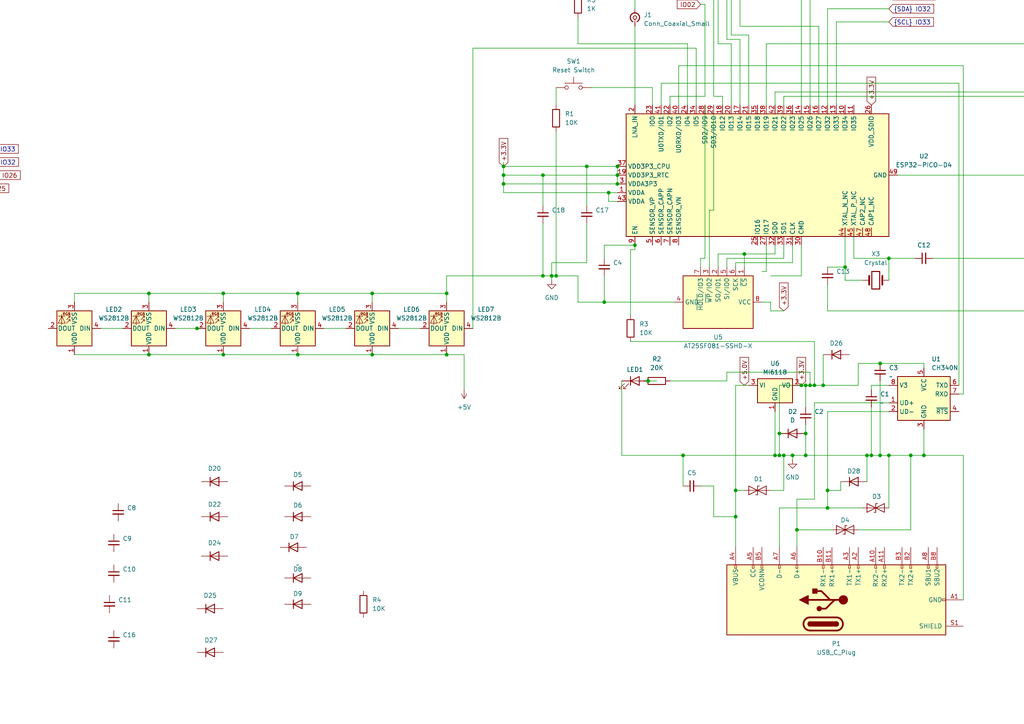
<source format=kicad_sch>
(kicad_sch (version 20250114) (generator "eeschema") (generator_version "9.0")
  (paper "A4")
  (junction (at -87.63 73.66))
  (junction (at -19.05 35.56))
  (junction (at -13.97 50.8))
  (junction (at 257.81 74.93))
  (junction (at -24.13 38.1))
  (junction (at 160.02 -11.43))
  (junction (at -99.06 52.07))
  (junction (at -19.05 10.16))
  (junction (at 231.14 153.67))
  (junction (at 107.95 102.87))
  (junction (at 146.05 48.26))
  (junction (at 179.07 50.8))
  (junction (at 170.18 48.26))
  (junction (at -13.97 5.08))
  (junction (at 226.06 132.08))
  (junction (at 233.68 132.08))
  (junction (at 146.05 50.8))
  (junction (at 146.05 53.34))
  (junction (at -24.13 43.18))
  (junction (at -99.06 76.2))
  (junction (at -87.63 40.64))
  (junction (at 43.18 85.09))
  (junction (at -24.13 12.7))
  (junction (at 334.01 60.96))
  (junction (at 224.79 132.08))
  (junction (at -99.06 27.94))
  (junction (at 300.99 74.93))
  (junction (at 245.11 77.47))
  (junction (at 257.81 132.08))
  (junction (at -87.63 49.53))
  (junction (at 213.36 142.24))
  (junction (at 86.36 85.09))
  (junction (at 129.54 85.09))
  (junction (at 300.99 72.39))
  (junction (at 300.99 50.8))
  (junction (at 267.97 132.08))
  (junction (at 184.15 71.12))
  (junction (at -87.63 99.06))
  (junction (at 365.76 34.29))
  (junction (at -87.63 -8.89))
  (junction (at -87.63 64.77))
  (junction (at -24.13 62.23))
  (junction (at 64.77 102.87))
  (junction (at 341.63 60.96))
  (junction (at -8.89 33.02))
  (junction (at 226.06 125.73))
  (junction (at -87.63 0))
  (junction (at 300.99 63.5))
  (junction (at 215.9 73.66))
  (junction (at -99.06 21.59))
  (junction (at 252.73 132.08))
  (junction (at 255.27 132.08))
  (junction (at 151.13 -6.35))
  (junction (at 240.03 147.32))
  (junction (at 251.46 132.08))
  (junction (at 179.07 48.26))
  (junction (at -8.89 7.62))
  (junction (at 151.13 -16.51))
  (junction (at -13.97 54.61))
  (junction (at -8.89 81.28))
  (junction (at 255.27 105.41))
  (junction (at -99.06 2.54))
  (junction (at 64.77 85.09))
  (junction (at 227.33 132.08))
  (junction (at -8.89 54.61))
  (junction (at 107.95 85.09))
  (junction (at 151.13 -30.48))
  (junction (at -87.63 15.24))
  (junction (at 328.93 72.39))
  (junction (at 198.12 132.08))
  (junction (at 179.07 53.34))
  (junction (at 232.41 111.76))
  (junction (at 234.95 111.76))
  (junction (at 157.48 50.8))
  (junction (at 233.68 111.76))
  (junction (at 57.15 95.25))
  (junction (at -8.89 57.15))
  (junction (at 344.17 25.4))
  (junction (at 213.36 149.86))
  (junction (at 86.36 102.87))
  (junction (at 160.02 80.01))
  (junction (at -87.63 21.59))
  (junction (at -24.13 86.36))
  (junction (at -87.63 25.4))
  (junction (at 233.68 125.73))
  (junction (at -19.05 59.69))
  (junction (at 43.18 102.87))
  (junction (at -19.05 83.82))
  (junction (at 157.48 80.01))
  (junction (at 240.03 142.24))
  (junction (at 229.87 132.08))
  (junction (at 161.29 80.01))
  (junction (at 238.76 111.76))
  (junction (at 264.16 132.08))
  (junction (at 236.22 111.76))
  (junction (at 129.54 102.87))
  (junction (at -13.97 30.48))
  (junction (at 187.96 110.49))
  (junction (at 175.26 87.63))
  (junction (at -13.97 78.74))
  (junction (at -87.63 88.9))
  (junction (at -19.05 46.99))
  (junction (at 176.53 55.88))
  (wire (pts (xy 245.11 68.58) (xy 245.11 77.47)))
  (wire (pts (xy 339.09 38.1) (xy 339.09 55.88)))
  (wire (pts (xy 220.98 87.63) (xy 223.52 87.63)))
  (wire (pts (xy 43.18 85.09) (xy 64.77 85.09)))
  (wire (pts (xy -99.06 52.07) (xy -99.06 76.2)))
  (wire (pts (xy 279.4 173.99) (xy 279.4 132.08)))
  (wire (pts (xy -8.89 54.61) (xy -7.62 54.61)))
  (wire (pts (xy 194.31 30.48) (xy 194.31 27.94)))
  (wire (pts (xy 207.01 149.86) (xy 213.36 149.86)))
  (wire (pts (xy 86.36 85.09) (xy 107.95 85.09)))
  (wire (pts (xy -58.42 76.2) (xy -99.06 76.2)))
  (wire (pts (xy -13.97 -19.05) (xy -58.42 -19.05)))
  (wire (pts (xy 134.62 102.87) (xy 129.54 102.87)))
  (wire (pts (xy 279.4 19.05) (xy 279.4 114.3)))
  (wire (pts (xy 210.82 11.43) (xy 210.82 -10.16)))
  (wire (pts (xy 237.49 7.62) (xy 214.63 7.62)))
  (wire (pts (xy 194.31 27.94) (xy 204.47 27.94)))
  (wire (pts (xy 160.02 -17.78) (xy 160.02 -11.43)))
  (wire (pts (xy 196.85 19.05) (xy 196.85 30.48)))
  (wire (pts (xy 365.76 15.24) (xy 344.17 15.24)))
  (wire (pts (xy 184.15 72.39) (xy 184.15 71.12)))
  (wire (pts (xy -58.42 40.64) (xy -87.63 40.64)))
  (wire (pts (xy 222.25 71.12) (xy 222.25 78.74)))
  (wire (pts (xy 243.84 139.7) (xy 243.84 142.24)))
  (wire (pts (xy -19.05 10.16) (xy -19.05 35.56)))
  (wire (pts (xy 184.15 7.62) (xy 184.15 30.48)))
  (wire (pts (xy 115.57 95.25) (xy 121.92 95.25)))
  (wire (pts (xy -58.42 64.77) (xy -87.63 64.77)))
  (wire (pts (xy 86.36 102.87) (xy 64.77 102.87)))
  (wire (pts (xy 151.13 -3.81) (xy 151.13 -6.35)))
  (wire (pts (xy -24.13 12.7) (xy -24.13 38.1)))
  (wire (pts (xy 226.06 125.73) (xy 226.06 132.08)))
  (wire (pts (xy 334.01 55.88) (xy 334.01 60.96)))
  (wire (pts (xy 146.05 48.26) (xy 170.18 48.26)))
  (wire (pts (xy 224.79 73.66) (xy 215.9 73.66)))
  (wire (pts (xy 167.64 87.63) (xy 167.64 80.01)))
  (wire (pts (xy 207.01 -2.54) (xy 203.2 -2.54)))
  (wire (pts (xy -24.13 62.23) (xy -24.13 43.18)))
  (wire (pts (xy -58.42 5.08) (xy -13.97 5.08)))
  (wire (pts (xy -99.06 27.94) (xy -99.06 21.59)))
  (wire (pts (xy -8.89 -16.51) (xy -8.89 7.62)))
  (wire (pts (xy 175.26 80.01) (xy 175.26 87.63)))
  (wire (pts (xy -7.62 50.8) (xy -13.97 50.8)))
  (wire (pts (xy 209.55 27.94) (xy 207.01 27.94)))
  (wire (pts (xy 236.22 111.76) (xy 238.76 111.76)))
  (wire (pts (xy 175.26 87.63) (xy 195.58 87.63)))
  (wire (pts (xy 312.42 27.94) (xy 312.42 38.1)))
  (wire (pts (xy 207.01 27.94) (xy 207.01 -2.54)))
  (wire (pts (xy 176.53 55.88) (xy 179.07 55.88)))
  (wire (pts (xy -58.42 73.66) (xy -87.63 73.66)))
  (wire (pts (xy 238.76 102.87) (xy 238.76 111.76)))
  (wire (pts (xy -87.63 -8.89) (xy -87.63 0)))
  (wire (pts (xy 223.52 80.01) (xy 232.41 80.01)))
  (wire (pts (xy 208.28 12.7) (xy 208.28 -6.35)))
  (wire (pts (xy -7.62 43.18) (xy -24.13 43.18)))
  (wire (pts (xy 351.79 46.99) (xy 323.85 46.99)))
  (wire (pts (xy 170.18 48.26) (xy 170.18 59.69)))
  (wire (pts (xy 184.15 71.12) (xy 175.26 71.12)))
  (wire (pts (xy 21.59 85.09) (xy 43.18 85.09)))
  (wire (pts (xy 180.34 132.08) (xy 198.12 132.08)))
  (wire (pts (xy 255.27 110.49) (xy 255.27 132.08)))
  (wire (pts (xy 213.36 76.2) (xy 213.36 77.47)))
  (wire (pts (xy 215.9 73.66) (xy 208.28 73.66)))
  (wire (pts (xy -58.42 81.28) (xy -8.89 81.28)))
  (wire (pts (xy 365.76 15.24) (xy 365.76 21.59)))
  (wire (pts (xy 300.99 40.64) (xy 300.99 50.8)))
  (wire (pts (xy -59.69 101.6) (xy -99.06 101.6)))
  (wire (pts (xy 224.79 26.67) (xy 314.96 26.67)))
  (wire (pts (xy 194.31 110.49) (xy 210.82 110.49)))
  (wire (pts (xy 207.01 140.97) (xy 207.01 149.86)))
  (wire (pts (xy 267.97 106.68) (xy 267.97 105.41)))
  (wire (pts (xy 232.41 -5.08) (xy 232.41 30.48)))
  (wire (pts (xy 167.64 12.7) (xy 199.39 12.7)))
  (wire (pts (xy 217.17 10.16) (xy 212.09 10.16)))
  (wire (pts (xy -59.69 109.22) (xy -19.05 109.22)))
  (wire (pts (xy 214.63 11.43) (xy 210.82 11.43)))
  (wire (pts (xy 180.34 110.49) (xy 180.34 132.08)))
  (wire (pts (xy 300.99 50.8) (xy 344.17 50.8)))
  (wire (pts (xy 146.05 46.99) (xy 146.05 48.26)))
  (wire (pts (xy 328.93 72.39) (xy 346.71 72.39)))
  (wire (pts (xy 240.03 119.38) (xy 257.81 119.38)))
  (wire (pts (xy 214.63 30.48) (xy 214.63 11.43)))
  (wire (pts (xy -59.69 104.14) (xy -13.97 104.14)))
  (wire (pts (xy 190.5 110.49) (xy 187.96 110.49)))
  (wire (pts (xy 232.41 71.12) (xy 232.41 80.01)))
  (wire (pts (xy -87.63 88.9) (xy -87.63 73.66)))
  (wire (pts (xy 182.88 91.44) (xy 182.88 72.39)))
  (wire (pts (xy 240.03 2.54) (xy 257.81 2.54)))
  (wire (pts (xy 134.62 113.03) (xy 134.62 102.87)))
  (wire (pts (xy 257.81 132.08) (xy 257.81 147.32)))
  (wire (pts (xy -90.17 17.78) (xy -58.42 17.78)))
  (wire (pts (xy 226.06 132.08) (xy 227.33 132.08)))
  (wire (pts (xy -58.42 86.36) (xy -24.13 86.36)))
  (wire (pts (xy -59.69 106.68) (xy -8.89 106.68)))
  (wire (pts (xy -87.63 -8.89) (xy -58.42 -8.89)))
  (wire (pts (xy 151.13 -16.51) (xy 151.13 -6.35)))
  (wire (pts (xy 129.54 80.01) (xy 129.54 85.09)))
  (wire (pts (xy 314.96 40.64) (xy 331.47 40.64)))
  (wire (pts (xy 257.81 74.93) (xy 265.43 74.93)))
  (wire (pts (xy 137.16 13.97) (xy 201.93 13.97)))
  (wire (pts (xy 240.03 77.47) (xy 245.11 77.47)))
  (wire (pts (xy 300.99 72.39) (xy 328.93 72.39)))
  (wire (pts (xy -24.13 -11.43) (xy -24.13 12.7)))
  (wire (pts (xy 252.73 113.03) (xy 252.73 111.76)))
  (wire (pts (xy 157.48 50.8) (xy 179.07 50.8)))
  (wire (pts (xy 267.97 124.46) (xy 267.97 132.08)))
  (wire (pts (xy -87.63 0) (xy -87.63 15.24)))
  (wire (pts (xy 213.36 142.24) (xy 215.9 142.24)))
  (wire (pts (xy 167.64 -11.43) (xy 160.02 -11.43)))
  (wire (pts (xy 255.27 105.41) (xy 248.92 105.41)))
  (wire (pts (xy 93.98 95.25) (xy 100.33 95.25)))
  (wire (pts (xy 170.18 76.2) (xy 160.02 76.2)))
  (wire (pts (xy -19.05 -13.97) (xy -19.05 10.16)))
  (wire (pts (xy 179.07 58.42) (xy 176.53 58.42)))
  (wire (pts (xy 203.2 74.93) (xy 203.2 77.47)))
  (wire (pts (xy 224.79 71.12) (xy 224.79 73.66)))
  (wire (pts (xy 346.71 72.39) (xy 346.71 60.96)))
  (wire (pts (xy 157.48 80.01) (xy 160.02 80.01)))
  (wire (pts (xy -24.13 111.76) (xy -24.13 86.36)))
  (wire (pts (xy 227.33 27.94) (xy 227.33 30.48)))
  (wire (pts (xy -58.42 25.4) (xy -87.63 25.4)))
  (wire (pts (xy 252.73 132.08) (xy 255.27 132.08)))
  (wire (pts (xy -87.63 -24.13) (xy -87.63 -8.89)))
  (wire (pts (xy 223.52 142.24) (xy 227.33 142.24)))
  (wire (pts (xy 267.97 105.41) (xy 255.27 105.41)))
  (wire (pts (xy 229.87 71.12) (xy 229.87 76.2)))
  (wire (pts (xy 222.25 12.7) (xy 222.25 30.48)))
  (wire (pts (xy 232.41 111.76) (xy 233.68 111.76)))
  (wire (pts (xy 146.05 48.26) (xy 146.05 50.8)))
  (wire (pts (xy 64.77 85.09) (xy 64.77 87.63)))
  (wire (pts (xy 214.63 -17.78) (xy 203.2 -17.78)))
  (wire (pts (xy 229.87 132.08) (xy 233.68 132.08)))
  (wire (pts (xy 170.18 48.26) (xy 179.07 48.26)))
  (wire (pts (xy -87.63 114.3) (xy -87.63 99.06)))
  (wire (pts (xy 238.76 111.76) (xy 248.92 111.76)))
  (wire (pts (xy -58.42 35.56) (xy -19.05 35.56)))
  (wire (pts (xy -99.06 27.94) (xy -99.06 52.07)))
  (wire (pts (xy 212.09 30.48) (xy 212.09 12.7)))
  (wire (pts (xy -87.63 40.64) (xy -87.63 25.4)))
  (wire (pts (xy 240.03 147.32) (xy 240.03 142.24)))
  (wire (pts (xy 212.09 12.7) (xy 208.28 12.7)))
  (wire (pts (xy 227.33 142.24) (xy 227.33 132.08)))
  (wire (pts (xy 231.14 153.67) (xy 241.3 153.67)))
  (wire (pts (xy 236.22 116.84) (xy 257.81 116.84)))
  (wire (pts (xy 203.2 140.97) (xy 207.01 140.97)))
  (wire (pts (xy 222.25 12.7) (xy 328.93 12.7)))
  (wire (pts (xy 151.13 -40.64) (xy 151.13 -30.48)))
  (wire (pts (xy 175.26 71.12) (xy 175.26 74.93)))
  (wire (pts (xy 208.28 73.66) (xy 208.28 77.47)))
  (wire (pts (xy -58.42 59.69) (xy -19.05 59.69)))
  (wire (pts (xy -13.97 78.74) (xy -13.97 54.61)))
  (wire (pts (xy 312.42 27.94) (xy 227.33 27.94)))
  (wire (pts (xy 365.76 34.29) (xy 351.79 34.29)))
  (wire (pts (xy -59.69 99.06) (xy -87.63 99.06)))
  (wire (pts (xy 86.36 85.09) (xy 86.36 87.63)))
  (wire (pts (xy 240.03 147.32) (xy 250.19 147.32)))
  (wire (pts (xy -58.42 2.54) (xy -99.06 2.54)))
  (wire (pts (xy -90.17 -6.35) (xy -58.42 -6.35)))
  (wire (pts (xy 161.29 38.1) (xy 161.29 80.01)))
  (wire (pts (xy -58.42 38.1) (xy -24.13 38.1)))
  (wire (pts (xy -13.97 5.08) (xy -13.97 -19.05)))
  (wire (pts (xy 233.68 125.73) (xy 233.68 132.08)))
  (wire (pts (xy -58.42 49.53) (xy -87.63 49.53)))
  (wire (pts (xy 314.96 26.67) (xy 314.96 40.64)))
  (wire (pts (xy 196.85 19.05) (xy 279.4 19.05)))
  (wire (pts (xy 224.79 30.48) (xy 224.79 26.67)))
  (wire (pts (xy 320.04 25.4) (xy 323.85 25.4)))
  (wire (pts (xy 191.77 24.13) (xy 191.77 30.48)))
  (wire (pts (xy 57.15 95.25) (xy 58.42 95.25)))
  (wire (pts (xy 243.84 142.24) (xy 240.03 142.24)))
  (wire (pts (xy 29.21 95.25) (xy 35.56 95.25)))
  (wire (pts (xy -58.42 -24.13) (xy -87.63 -24.13)))
  (wire (pts (xy 237.49 30.48) (xy 237.49 7.62)))
  (wire (pts (xy -87.63 49.53) (xy -87.63 40.64)))
  (wire (pts (xy -8.89 106.68) (xy -8.89 81.28)))
  (wire (pts (xy 161.29 80.01) (xy 167.64 80.01)))
  (wire (pts (xy 248.92 105.41) (xy 248.92 111.76)))
  (wire (pts (xy 220.98 78.74) (xy 222.25 78.74)))
  (wire (pts (xy 217.17 30.48) (xy 217.17 10.16)))
  (wire (pts (xy -13.97 30.48) (xy -13.97 50.8)))
  (wire (pts (xy 146.05 53.34) (xy 179.07 53.34)))
  (wire (pts (xy 207.01 60.96) (xy 207.01 30.48)))
  (wire (pts (xy 334.01 60.96) (xy 334.01 64.77)))
  (wire (pts (xy 167.64 87.63) (xy 175.26 87.63)))
  (wire (pts (xy -58.42 -11.43) (xy -24.13 -11.43)))
  (wire (pts (xy 229.87 132.08) (xy 229.87 133.35)))
  (wire (pts (xy 336.55 55.88) (xy 334.01 55.88)))
  (wire (pts (xy 223.52 87.63) (xy 223.52 90.17)))
  (wire (pts (xy 226.06 158.75) (xy 226.06 147.32)))
  (wire (pts (xy 205.74 60.96) (xy 207.01 60.96)))
  (wire (pts (xy 300.99 74.93) (xy 300.99 90.17)))
  (wire (pts (xy -24.13 86.36) (xy -24.13 62.23)))
  (wire (pts (xy 214.63 7.62) (xy 214.63 -17.78)))
  (wire (pts (xy 157.48 64.77) (xy 157.48 80.01)))
  (wire (pts (xy 50.8 95.25) (xy 57.15 95.25)))
  (wire (pts (xy 146.05 50.8) (xy 157.48 50.8)))
  (wire (pts (xy 227.33 74.93) (xy 210.82 74.93)))
  (wire (pts (xy 236.22 144.78) (xy 236.22 116.84)))
  (wire (pts (xy -87.63 64.77) (xy -87.63 49.53)))
  (wire (pts (xy -99.06 2.54) (xy -99.06 21.59)))
  (wire (pts (xy 279.4 114.3) (xy 278.13 114.3)))
  (wire (pts (xy 344.17 15.24) (xy 344.17 25.4)))
  (wire (pts (xy 365.76 39.37) (xy 365.76 34.29)))
  (wire (pts (xy 351.79 34.29) (xy 351.79 46.99)))
  (wire (pts (xy -19.05 83.82) (xy -19.05 109.22)))
  (wire (pts (xy 167.64 5.08) (xy 167.64 12.7)))
  (wire (pts (xy -59.69 114.3) (xy -87.63 114.3)))
  (wire (pts (xy -19.05 46.99) (xy -19.05 59.69)))
  (wire (pts (xy 231.14 144.78) (xy 236.22 144.78)))
  (wire (pts (xy 64.77 85.09) (xy 86.36 85.09)))
  (wire (pts (xy 167.64 -2.54) (xy 167.64 -11.43)))
  (wire (pts (xy 278.13 111.76) (xy 278.13 24.13)))
  (wire (pts (xy 323.85 27.94) (xy 323.85 46.99)))
  (wire (pts (xy 232.41 -5.08) (xy 257.81 -5.08)))
  (wire (pts (xy -90.17 43.18) (xy -58.42 43.18)))
  (wire (pts (xy 257.81 132.08) (xy 264.16 132.08)))
  (wire (pts (xy -19.05 59.69) (xy -19.05 83.82)))
  (wire (pts (xy 137.16 95.25) (xy 137.16 13.97)))
  (wire (pts (xy 213.36 149.86) (xy 213.36 158.75)))
  (wire (pts (xy -58.42 83.82) (xy -19.05 83.82)))
  (wire (pts (xy 182.88 99.06) (xy 236.22 99.06)))
  (wire (pts (xy 72.39 95.25) (xy 78.74 95.25)))
  (wire (pts (xy 146.05 55.88) (xy 176.53 55.88)))
  (wire (pts (xy 251.46 139.7) (xy 251.46 132.08)))
  (wire (pts (xy -58.42 -21.59) (xy -99.06 -21.59)))
  (wire (pts (xy 264.16 132.08) (xy 267.97 132.08)))
  (wire (pts (xy -87.63 15.24) (xy -58.42 15.24)))
  (wire (pts (xy -58.42 -16.51) (xy -8.89 -16.51)))
  (wire (pts (xy 231.14 153.67) (xy 231.14 144.78)))
  (wire (pts (xy -91.44 116.84) (xy -59.69 116.84)))
  (wire (pts (xy -99.06 101.6) (xy -99.06 76.2)))
  (wire (pts (xy 160.02 80.01) (xy 161.29 80.01)))
  (wire (pts (xy 209.55 30.48) (xy 209.55 27.94)))
  (wire (pts (xy -58.42 62.23) (xy -24.13 62.23)))
  (wire (pts (xy 328.93 72.39) (xy 328.93 60.96)))
  (wire (pts (xy 160.02 -25.4) (xy 160.02 -30.48)))
  (wire (pts (xy 107.95 102.87) (xy 86.36 102.87)))
  (wire (pts (xy 210.82 74.93) (xy 210.82 77.47)))
  (wire (pts (xy 129.54 80.01) (xy 157.48 80.01)))
  (wire (pts (xy 264.16 153.67) (xy 264.16 132.08)))
  (wire (pts (xy 233.68 111.76) (xy 234.95 111.76)))
  (wire (pts (xy -19.05 46.99) (xy -7.62 46.99)))
  (wire (pts (xy 312.42 38.1) (xy 328.93 38.1)))
  (wire (pts (xy 224.79 119.38) (xy 224.79 132.08)))
  (wire (pts (xy 43.18 102.87) (xy 21.59 102.87)))
  (wire (pts (xy 240.03 90.17) (xy 300.99 90.17)))
  (wire (pts (xy -58.42 88.9) (xy -87.63 88.9)))
  (wire (pts (xy 179.07 53.34) (xy 179.07 50.8)))
  (wire (pts (xy 245.11 81.28) (xy 250.19 81.28)))
  (wire (pts (xy 198.12 140.97) (xy 198.12 132.08)))
  (wire (pts (xy -13.97 104.14) (xy -13.97 78.74)))
  (wire (pts (xy -58.42 30.48) (xy -13.97 30.48)))
  (wire (pts (xy 260.35 50.8) (xy 300.99 50.8)))
  (wire (pts (xy -58.42 10.16) (xy -19.05 10.16)))
  (wire (pts (xy 233.68 132.08) (xy 251.46 132.08)))
  (wire (pts (xy 199.39 30.48) (xy 199.39 12.7)))
  (wire (pts (xy 227.33 71.12) (xy 227.33 74.93)))
  (wire (pts (xy 176.53 58.42) (xy 176.53 55.88)))
  (wire (pts (xy -8.89 33.02) (xy -8.89 54.61)))
  (wire (pts (xy -8.89 54.61) (xy -8.89 57.15)))
  (wire (pts (xy 257.81 74.93) (xy 257.81 81.28)))
  (wire (pts (xy 233.68 123.19) (xy 233.68 125.73)))
  (wire (pts (xy 170.18 64.77) (xy 170.18 76.2)))
  (wire (pts (xy -58.42 57.15) (xy -8.89 57.15)))
  (wire (pts (xy -13.97 30.48) (xy -13.97 5.08)))
  (wire (pts (xy 160.02 80.01) (xy 160.02 81.28)))
  (wire (pts (xy -58.42 54.61) (xy -13.97 54.61)))
  (wire (pts (xy 184.15 -7.62) (xy 184.15 -8.89)))
  (wire (pts (xy 255.27 132.08) (xy 257.81 132.08)))
  (wire (pts (xy 242.57 6.35) (xy 242.57 30.48)))
  (wire (pts (xy 161.29 25.4) (xy 161.29 30.48)))
  (wire (pts (xy 331.47 40.64) (xy 331.47 38.1)))
  (wire (pts (xy 223.52 90.17) (xy 227.33 90.17)))
  (wire (pts (xy 300.99 63.5) (xy 300.99 72.39)))
  (wire (pts (xy 242.57 6.35) (xy 257.81 6.35)))
  (wire (pts (xy 184.15 -2.54) (xy 184.15 2.54)))
  (wire (pts (xy 212.09 10.16) (xy 212.09 -13.97)))
  (wire (pts (xy -24.13 43.18) (xy -24.13 38.1)))
  (wire (pts (xy 151.13 -30.48) (xy 160.02 -30.48)))
  (wire (pts (xy 234.95 111.76) (xy 236.22 111.76)))
  (wire (pts (xy 365.76 29.21) (xy 365.76 34.29)))
  (wire (pts (xy -19.05 35.56) (xy -19.05 46.99)))
  (wire (pts (xy 227.33 132.08) (xy 229.87 132.08)))
  (wire (pts (xy -58.42 12.7) (xy -24.13 12.7)))
  (wire (pts (xy 204.47 30.48) (xy 204.47 74.93)))
  (wire (pts (xy 107.95 85.09) (xy 107.95 87.63)))
  (wire (pts (xy 158.75 -11.43) (xy 160.02 -11.43)))
  (wire (pts (xy 217.17 111.76) (xy 213.36 111.76)))
  (wire (pts (xy 344.17 25.4) (xy 344.17 50.8)))
  (wire (pts (xy 182.88 72.39) (xy 184.15 72.39)))
  (wire (pts (xy -8.89 7.62) (xy -8.89 33.02)))
  (wire (pts (xy -87.63 0) (xy -58.42 0)))
  (wire (pts (xy 160.02 76.2) (xy 160.02 80.01)))
  (wire (pts (xy 229.87 76.2) (xy 213.36 76.2)))
  (wire (pts (xy 270.51 74.93) (xy 300.99 74.93)))
  (wire (pts (xy 157.48 59.69) (xy 157.48 50.8)))
  (wire (pts (xy 226.06 147.32) (xy 240.03 147.32)))
  (wire (pts (xy -13.97 50.8) (xy -13.97 54.61)))
  (wire (pts (xy -58.42 33.02) (xy -8.89 33.02)))
  (wire (pts (xy 191.77 24.13) (xy 278.13 24.13)))
  (wire (pts (xy -91.44 91.44) (xy -58.42 91.44)))
  (wire (pts (xy 208.28 -6.35) (xy 203.2 -6.35)))
  (wire (pts (xy 129.54 102.87) (xy 107.95 102.87)))
  (wire (pts (xy 251.46 132.08) (xy 252.73 132.08)))
  (wire (pts (xy 224.79 132.08) (xy 226.06 132.08)))
  (wire (pts (xy 151.13 -16.51) (xy 151.13 -30.48)))
  (wire (pts (xy 198.12 132.08) (xy 224.79 132.08)))
  (wire (pts (xy 215.9 73.66) (xy 215.9 77.47)))
  (wire (pts (xy -58.42 27.94) (xy -99.06 27.94)))
  (wire (pts (xy 129.54 85.09) (xy 129.54 87.63)))
  (wire (pts (xy -87.63 99.06) (xy -87.63 88.9)))
  (wire (pts (xy 205.74 77.47) (xy 205.74 60.96)))
  (wire (pts (xy -87.63 25.4) (xy -87.63 21.59)))
  (wire (pts (xy 300.99 72.39) (xy 300.99 74.93)))
  (wire (pts (xy 226.06 125.73) (xy 226.06 111.76)))
  (wire (pts (xy 43.18 85.09) (xy 43.18 87.63)))
  (wire (pts (xy 210.82 -10.16) (xy 203.2 -10.16)))
  (wire (pts (xy 231.14 158.75) (xy 231.14 153.67)))
  (wire (pts (xy -59.69 111.76) (xy -24.13 111.76)))
  (wire (pts (xy 233.68 118.11) (xy 233.68 111.76)))
  (wire (pts (xy -58.42 52.07) (xy -99.06 52.07)))
  (wire (pts (xy 247.65 74.93) (xy 257.81 74.93)))
  (wire (pts (xy 234.95 -1.27) (xy 234.95 30.48)))
  (wire (pts (xy 240.03 2.54) (xy 240.03 30.48)))
  (wire (pts (xy 341.63 60.96) (xy 341.63 64.77)))
  (wire (pts (xy 146.05 53.34) (xy 146.05 55.88)))
  (wire (pts (xy 189.23 30.48) (xy 189.23 25.4)))
  (wire (pts (xy -58.42 7.62) (xy -8.89 7.62)))
  (wire (pts (xy 234.95 107.95) (xy 234.95 111.76)))
  (wire (pts (xy -87.63 15.24) (xy -87.63 21.59)))
  (wire (pts (xy 247.65 68.58) (xy 247.65 74.93)))
  (wire (pts (xy 21.59 85.09) (xy 21.59 87.63)))
  (wire (pts (xy 64.77 102.87) (xy 43.18 102.87)))
  (wire (pts (xy -8.89 57.15) (xy -8.89 81.28)))
  (wire (pts (xy 339.09 55.88) (xy 341.63 55.88)))
  (wire (pts (xy 203.2 -13.97) (xy 212.09 -13.97)))
  (wire (pts (xy 213.36 142.24) (xy 213.36 149.86)))
  (wire (pts (xy 245.11 77.47) (xy 245.11 81.28)))
  (wire (pts (xy 240.03 142.24) (xy 240.03 119.38)))
  (wire (pts (xy 127 -3.81) (xy 151.13 -3.81)))
  (wire (pts (xy -58.42 78.74) (xy -13.97 78.74)))
  (wire (pts (xy 171.45 25.4) (xy 189.23 25.4)))
  (wire (pts (xy -87.63 73.66) (xy -87.63 64.77)))
  (wire (pts (xy 210.82 110.49) (xy 210.82 107.95)))
  (wire (pts (xy 210.82 107.95) (xy 234.95 107.95)))
  (wire (pts (xy 201.93 30.48) (xy 201.93 13.97)))
  (wire (pts (xy 234.95 -1.27) (xy 257.81 -1.27)))
  (wire (pts (xy 236.22 99.06) (xy 236.22 111.76)))
  (wire (pts (xy 248.92 153.67) (xy 264.16 153.67)))
  (wire (pts (xy 252.73 118.11) (xy 252.73 132.08)))
  (wire (pts (xy 204.47 27.94) (xy 204.47 1.27)))
  (wire (pts (xy 267.97 132.08) (xy 279.4 132.08)))
  (wire (pts (xy -90.17 67.31) (xy -58.42 67.31)))
  (wire (pts (xy 204.47 1.27) (xy 203.2 1.27)))
  (wire (pts (xy 146.05 50.8) (xy 146.05 53.34)))
  (wire (pts (xy 341.63 55.88) (xy 341.63 60.96)))
  (wire (pts (xy 204.47 74.93) (xy 203.2 74.93)))
  (wire (pts (xy -99.06 -21.59) (xy -99.06 2.54)))
  (wire (pts (xy 252.73 111.76) (xy 257.81 111.76)))
  (wire (pts (xy 213.36 111.76) (xy 213.36 142.24)))
  (wire (pts (xy 179.07 48.26) (xy 179.07 50.8)))
  (wire (pts (xy 336.55 55.88) (xy 336.55 38.1)))
  (wire (pts (xy -58.42 -13.97) (xy -19.05 -13.97)))
  (wire (pts (xy 300.99 50.8) (xy 300.99 63.5)))
  (wire (pts (xy 107.95 85.09) (xy 129.54 85.09)))
  (wire (pts (xy 240.03 82.55) (xy 240.03 90.17)))
  (wire (pts (xy 226.06 111.76) (xy 232.41 111.76)))
  (wire (pts (xy 186.69 110.49) (xy 187.96 110.49)))
  (global_label "+3.3V" (shape input) (at 227.33 90.17 90) (property "Intersheetrefs" "${INTERSHEET_REFS}" (effects (hide yes))))
  (global_label "+3.3V" (shape input) (at 146.05 48.26 90) (property "Intersheetrefs" "${INTERSHEET_REFS}" (effects (hide yes))))
  (global_label "IO13" (shape input) (at -90.17 -6.35 180) (property "Intersheetrefs" "${INTERSHEET_REFS}" (effects (hide yes))))
  (global_label "IO15" (shape input) (at -91.44 116.84 180) (property "Intersheetrefs" "${INTERSHEET_REFS}" (effects (hide yes))))
  (global_label "RESET IO26" (shape input) (at -7.62 50.8 0) (property "Intersheetrefs" "${INTERSHEET_REFS}" (effects (hide yes))))
  (global_label "IO2" (shape input) (at -91.44 91.44 180) (property "Intersheetrefs" "${INTERSHEET_REFS}" (effects (hide yes))))
  (global_label "IO14" (shape input) (at -90.17 43.18 180) (property "Intersheetrefs" "${INTERSHEET_REFS}" (effects (hide yes))))
  (global_label "+3.3V" (shape input) (at 252.73 30.48 90) (property "Intersheetrefs" "${INTERSHEET_REFS}" (effects (hide yes))))
  (global_label "IO27" (shape input) (at 203.2 -17.78 180) (property "Intersheetrefs" "${INTERSHEET_REFS}" (effects (hide yes))))
  (global_label "IO27" (shape input) (at -90.17 67.31 180) (property "Intersheetrefs" "${INTERSHEET_REFS}" (effects (hide yes))))
  (global_label "{SDA} IO32" (shape input) (at -7.62 46.99 0) (property "Intersheetrefs" "${INTERSHEET_REFS}" (effects (hide yes))))
  (global_label "AO3401A" (shape input) (at 127 -3.81 180) (property "Intersheetrefs" "${INTERSHEET_REFS}" (effects (hide yes))))
  (global_label "IO15" (shape input) (at 203.2 -13.97 180) (property "Intersheetrefs" "${INTERSHEET_REFS}" (effects (hide yes))))
  (global_label "{SDA} IO32" (shape input) (at 257.81 2.54 0) (property "Intersheetrefs" "${INTERSHEET_REFS}" (effects (hide yes))))
  (global_label "RE IO25" (shape input) (at 257.81 -5.08 0) (property "Intersheetrefs" "${INTERSHEET_REFS}" (effects (hide yes))))
  (global_label "IO14" (shape input) (at 203.2 -10.16 180) (property "Intersheetrefs" "${INTERSHEET_REFS}" (effects (hide yes))))
  (global_label "+3.3V" (shape input) (at 320.04 25.4 90) (property "Intersheetrefs" "${INTERSHEET_REFS}" (effects (hide yes))))
  (global_label "{SCL} IO33" (shape input) (at -7.62 43.18 0) (property "Intersheetrefs" "${INTERSHEET_REFS}" (effects (hide yes))))
  (global_label "+5.0V" (shape input) (at 215.9 111.76 90) (property "Intersheetrefs" "${INTERSHEET_REFS}" (effects (hide yes))))
  (global_label "IO12" (shape input) (at -90.17 17.78 180) (property "Intersheetrefs" "${INTERSHEET_REFS}" (effects (hide yes))))
  (global_label "RE IO25" (shape input) (at -7.62 54.61 0) (property "Intersheetrefs" "${INTERSHEET_REFS}" (effects (hide yes))))
  (global_label "IO02" (shape input) (at 203.2 1.27 180) (property "Intersheetrefs" "${INTERSHEET_REFS}" (effects (hide yes))))
  (global_label "{SCL} IO33" (shape input) (at 257.81 6.35 0) (property "Intersheetrefs" "${INTERSHEET_REFS}" (effects (hide yes))))
  (global_label "IO13" (shape input) (at 203.2 -6.35 180) (property "Intersheetrefs" "${INTERSHEET_REFS}" (effects (hide yes))))
  (global_label "RESET IO26" (shape input) (at 257.81 -1.27 0) (property "Intersheetrefs" "${INTERSHEET_REFS}" (effects (hide yes))))
  (global_label "+3.3V" (shape input) (at 184.15 -8.89 90) (property "Intersheetrefs" "${INTERSHEET_REFS}" (effects (hide yes))))
  (global_label "AO3401A" (shape input) (at -87.63 21.59 0) (property "Intersheetrefs" "${INTERSHEET_REFS}" (effects (hide yes))))
  (global_label "+3.3V" (shape input) (at 232.41 111.76 90) (property "Intersheetrefs" "${INTERSHEET_REFS}" (effects (hide yes))))
  (global_label "IO12" (shape input) (at 203.2 -2.54 180) (property "Intersheetrefs" "${INTERSHEET_REFS}" (effects (hide yes))))
  (symbol (lib_name "Conn_01x08_Socket_1") (lib_id "Connector:Conn_01x08_Socket") (at -53.34 7.62 0) (unit 1)
    (property "Reference" "FPC8" (at -52.07 7.6199 0) (effects (justify left)))
    (property "Value" "Conn_01x08_Socket" (effects (hide yes)))
    (property "Description" "Generic connector, single row, 01x08, script generated" (effects (hide yes)))
  )
  (symbol (lib_id "Device:C_Small") (at 170.18 62.23 0) (unit 1)
    (property "Reference" "C17" (at 172.72 60.9662 0) (effects (justify left)))
    (property "Value" "C_Small" (effects (hide yes)))
    (property "Description" "Unpolarized capacitor, small symbol" (effects (hide yes)))
  )
  (symbol (lib_id "Diode:SD05_SOD323") (at 219.71 142.24 0) (unit 1)
    (property "Reference" "D1" (at 219.964 138.938 0))
    (property "Value" "SD05_SOD323" (effects (hide yes)))
    (property "Footprint" "Diode_SMD:D_0201_0603Metric" (effects (hide yes)))
    (property "Datasheet" "https://www.littelfuse.com/~/media/electronics/datasheets/tvs_diode_arrays/littelfuse_tvs_diode_array_sd_c_datasheet.pdf.pdf" (effects (hide yes)))
    (property "Description" "5V, 450W Discrete Bidirectional TVS Diode, SOD-323" (effects (hide yes)))
  )
  (symbol (lib_id "Device:C_Small") (at 252.73 115.57 0) (unit 1)
    (property "Reference" "C1" (at 255.27 114.3062 0) (effects (justify left)))
    (property "Value" "~" (at 255.27 116.8462 0) (effects (justify left)))
    (property "Description" "Unpolarized capacitor, small symbol" (effects (hide yes)))
  )
  (symbol (lib_id "Transistor_FET:AO3401A") (at 153.67 -11.43 180) (unit 1)
    (property "Reference" "Q2" (at 147.32 -12.7001 0) (effects (justify left)))
    (property "Value" "AO3401A" (at 147.32 -10.1601 0) (effects (justify left)))
    (property "Footprint" "Package_TO_SOT_SMD:SOT-23" (effects (hide yes)))
    (property "Datasheet" "http://www.aosmd.com/pdfs/datasheet/AO3401A.pdf" (effects (hide yes)))
    (property "Description" "-4.0A Id, -30V Vds, P-Channel MOSFET, SOT-23" (effects (hide yes)))
  )
  (symbol (lib_id "Device:C_Small") (at 34.29 148.59 0) (unit 1)
    (property "Reference" "C8" (at 36.83 147.3262 0) (effects (justify left)))
    (property "Value" "C_Small" (effects (hide yes)))
    (property "Description" "Unpolarized capacitor, small symbol" (effects (hide yes)))
  )
  (symbol (lib_id "LED:WS2812B") (at 64.77 95.25 180) (unit 1)
    (property "Reference" "LED4" (at 76.2 89.7538 0))
    (property "Value" "WS2812B" (at 76.2 92.2938 0))
    (property "Footprint" "LED_SMD:LED_WS2812B_PLCC4_5.0x5.0mm_P3.2mm" (effects (hide yes)))
    (property "Datasheet" "https://cdn-shop.adafruit.com/datasheets/WS2812B.pdf" (effects (hide yes)))
    (property "Description" "RGB LED with integrated controller" (effects (hide yes)))
  )
  (symbol (lib_id "LED:WS2812B") (at 86.36 95.25 180) (unit 1)
    (property "Reference" "LED5" (at 97.79 89.7538 0))
    (property "Value" "WS2812B" (at 97.79 92.2938 0))
    (property "Footprint" "LED_SMD:LED_WS2812B_PLCC4_5.0x5.0mm_P3.2mm" (effects (hide yes)))
    (property "Datasheet" "https://cdn-shop.adafruit.com/datasheets/WS2812B.pdf" (effects (hide yes)))
    (property "Description" "RGB LED with integrated controller" (effects (hide yes)))
  )
  (symbol (lib_id "Device:D") (at 229.87 125.73 0) (unit 1)
    (property "Reference" "D2" (at 229.87 119.38 0))
    (property "Value" "D" (at 229.87 121.92 0))
    (property "Description" "Diode" (effects (hide yes)))
    (property "Sim.Device" "D" (effects (hide yes)))
    (property "Sim.Pins" "1=K 2=A" (effects (hide yes)))
  )
  (symbol (lib_id "Device:Battery_Cell") (at 365.76 24.13 180) (unit 1)
    (property "Reference" "BT1" (at 369.57 24.7014 0) (effects (justify right)))
    (property "Value" "Battery_Cell" (at 369.57 27.2414 0) (effects (justify right)))
    (property "Description" "Single-cell battery" (effects (hide yes)))
  )
  (symbol (lib_id "Device:C_Small") (at 33.02 157.48 0) (unit 1)
    (property "Reference" "C9" (at 35.56 156.2162 0) (effects (justify left)))
    (property "Value" "C_Small" (effects (hide yes)))
    (property "Description" "Unpolarized capacitor, small symbol" (effects (hide yes)))
  )
  (symbol (lib_id "Device:D") (at 86.36 140.97 0) (unit 1)
    (property "Reference" "D5" (at 86.36 137.668 0))
    (property "Value" "D" (effects (hide yes)))
    (property "Description" "Diode" (effects (hide yes)))
    (property "Sim.Device" "D" (effects (hide yes)))
    (property "Sim.Pins" "1=K 2=A" (effects (hide yes)))
  )
  (symbol (lib_id "Device:R") (at 160.02 -21.59 180) (unit 1)
    (property "Reference" "R6" (at 162.56 -22.8601 0) (effects (justify right)))
    (property "Value" "10K" (at 162.56 -20.3201 0) (effects (justify right)))
    (property "Description" "Resistor" (effects (hide yes)))
  )
  (symbol (lib_id "Device:C_Small") (at 33.02 185.42 0) (unit 1)
    (property "Reference" "C16" (at 35.56 184.1562 0) (effects (justify left)))
    (property "Value" "C_Small" (effects (hide yes)))
    (property "Description" "Unpolarized capacitor, small symbol" (effects (hide yes)))
  )
  (symbol (lib_id "power:GND") (at 229.87 133.35 0) (unit 1)
    (property "Reference" "#PWR01" (effects (hide yes)))
    (property "Value" "GND" (at 229.87 138.43 0))
    (property "Description" "Power symbol creates a global label with name \"GND\" , ground" (effects (hide yes)))
  )
  (symbol (lib_id "Connector:USB_C_Plug") (at 238.76 173.99 90) (unit 1)
    (property "Reference" "P1" (at 242.57 186.69 90))
    (property "Value" "USB_C_Plug" (at 242.57 189.23 90))
    (property "Footprint" "Connector_USB:USB_C_Receptacle_GCT_USB4105-xx-A_16P_TopMnt_Horizontal" (effects (hide yes)))
    (property "Datasheet" "https://www.usb.org/sites/default/files/documents/usb_type-c.zip" (effects (hide yes)))
    (property "Description" "USB Type-C Plug connector" (effects (hide yes)))
  )
  (symbol (lib_id "Device:D") (at 62.23 139.7 0) (unit 1)
    (property "Reference" "D20" (at 62.23 135.89 0))
    (property "Value" "D" (effects (hide yes)))
    (property "Description" "Diode" (effects (hide yes)))
    (property "Sim.Device" "D" (effects (hide yes)))
    (property "Sim.Pins" "1=K 2=A" (effects (hide yes)))
  )
  (symbol (lib_id "Device:R") (at 105.41 175.26 0) (unit 1)
    (property "Reference" "R4" (at 107.95 173.9899 0) (effects (justify left)))
    (property "Value" "10K" (at 107.95 176.5299 0) (effects (justify left)))
    (property "Description" "Resistor" (effects (hide yes)))
  )
  (symbol (lib_id "Device:R") (at 182.88 95.25 0) (unit 1)
    (property "Reference" "R3" (at 185.42 93.9799 0) (effects (justify left)))
    (property "Value" "10K" (at 185.42 96.5199 0) (effects (justify left)))
    (property "Description" "Resistor" (effects (hide yes)))
  )
  (symbol (lib_id "Device:LED") (at 184.15 110.49 0) (unit 1)
    (property "Reference" "LED1" (at 184.15 107.188 0))
    (property "Value" "LED" (effects (hide yes)))
    (property "Description" "Light emitting diode" (effects (hide yes)))
  )
  (symbol (lib_id "power:+3.3V") (at -87.63 21.59 90) (unit 1)
    (property "Reference" "#PWR09" (effects (hide yes)))
    (property "Value" "+3.3V" (at -90.17 21.5899 90) (effects (justify left)))
    (property "Description" "Power symbol creates a global label with name \"+3.3V\"" (effects (hide yes)))
  )
  (symbol (lib_id "Device:C_Small") (at 233.68 120.65 0) (unit 1)
    (property "Reference" "C2" (at 236.22 119.3862 0) (effects (justify left)))
    (property "Value" "C_Small" (effects (hide yes)))
    (property "Description" "Unpolarized capacitor, small symbol" (effects (hide yes)))
  )
  (symbol (lib_id "Device:C_Small") (at 267.97 74.93 90) (unit 1)
    (property "Reference" "C12" (at 267.9763 71.12 90))
    (property "Value" "C_Small" (effects (hide yes)))
    (property "Description" "Unpolarized capacitor, small symbol" (effects (hide yes)))
  )
  (symbol (lib_name "Conn_01x08_Socket_1") (lib_id "Connector:Conn_01x08_Socket") (at -53.34 -16.51 0) (unit 1)
    (property "Reference" "FPC7" (at -52.07 -16.5101 0) (effects (justify left)))
    (property "Value" "Conn_01x08_Socket" (effects (hide yes)))
    (property "Description" "Generic connector, single row, 01x08, script generated" (effects (hide yes)))
  )
  (symbol (lib_id "LED:WS2812B") (at 43.18 95.25 180) (unit 1)
    (property "Reference" "LED3" (at 54.61 89.7538 0))
    (property "Value" "WS2812B" (at 54.61 92.2938 0))
    (property "Footprint" "LED_SMD:LED_WS2812B_PLCC4_5.0x5.0mm_P3.2mm" (effects (hide yes)))
    (property "Datasheet" "https://cdn-shop.adafruit.com/datasheets/WS2812B.pdf" (effects (hide yes)))
    (property "Description" "RGB LED with integrated controller" (effects (hide yes)))
  )
  (symbol (lib_name "Conn_01x08_Socket_1") (lib_id "Connector:Conn_01x08_Socket") (at -53.34 57.15 0) (unit 1)
    (property "Reference" "FPC10" (at -52.07 57.1499 0) (effects (justify left)))
    (property "Value" "Conn_01x08_Socket" (effects (hide yes)))
    (property "Description" "Generic connector, single row, 01x08, script generated" (effects (hide yes)))
  )
  (symbol (lib_id "power:GND") (at -99.06 21.59 270) (unit 1)
    (property "Reference" "#PWR06" (effects (hide yes)))
    (property "Value" "GND" (at -105.41 21.59 0))
    (property "Description" "Power symbol creates a global label with name \"GND\" , ground" (effects (hide yes)))
  )
  (symbol (lib_id "Regulator_Linear:AP1117-33") (at 224.79 111.76 0) (unit 1)
    (property "Reference" "U6" (at 224.79 105.41 0))
    (property "Value" "MI6118" (at 224.79 107.95 0))
    (property "Footprint" "Package_TO_SOT_SMD:SOT-223-3_TabPin2" (effects (hide yes)))
    (property "Datasheet" "http://www.diodes.com/datasheets/AP1117.pdf" (effects (hide yes)))
    (property "Description" "1A Low Dropout regulator, positive, 3.3V fixed output, SOT-223" (effects (hide yes)))
  )
  (symbol (lib_id "Device:D") (at 60.96 176.53 0) (unit 1)
    (property "Reference" "D25" (at 60.96 172.72 0))
    (property "Value" "D" (effects (hide yes)))
    (property "Description" "Diode" (effects (hide yes)))
    (property "Sim.Device" "D" (effects (hide yes)))
    (property "Sim.Pins" "1=K 2=A" (effects (hide yes)))
  )
  (symbol (lib_id "Device:D") (at 86.36 149.86 0) (unit 1)
    (property "Reference" "D6" (at 86.36 146.558 0))
    (property "Value" "D" (effects (hide yes)))
    (property "Description" "Diode" (effects (hide yes)))
    (property "Sim.Device" "D" (effects (hide yes)))
    (property "Sim.Pins" "1=K 2=A" (effects (hide yes)))
  )
  (symbol (lib_id "Device:R") (at 190.5 110.49 90) (unit 1)
    (property "Reference" "R2" (at 190.5 104.14 90))
    (property "Value" "20K" (at 190.5 106.68 90))
    (property "Description" "Resistor" (effects (hide yes)))
  )
  (symbol (lib_id "Device:C_Small") (at 175.26 77.47 0) (unit 1)
    (property "Reference" "C4" (at 177.8 76.2062 0) (effects (justify left)))
    (property "Value" "C_Small" (effects (hide yes)))
    (property "Description" "Unpolarized capacitor, small symbol" (effects (hide yes)))
  )
  (symbol (lib_id "Device:Crystal") (at 337.82 64.77 0) (unit 1)
    (property "Reference" "X1" (at 337.82 57.15 0))
    (property "Value" "Crystal" (at 337.82 59.69 0))
    (property "Description" "Two pin crystal" (effects (hide yes)))
  )
  (symbol (lib_id "Connector:Conn_Coaxial_Small") (at 184.15 5.08 90) (unit 1)
    (property "Reference" "J1" (at 186.69 4.3294 90) (effects (justify right)))
    (property "Value" "Conn_Coaxial_Small" (at 186.69 6.8694 90) (effects (justify right)))
    (property "Datasheet" " ~" (effects (hide yes)))
    (property "Description" "small coaxial connector (BNC, SMA, SMB, SMC, Cinch/RCA, LEMO, ...)" (effects (hide yes)))
  )
  (symbol (lib_id "Device:C_Small") (at 157.48 62.23 0) (unit 1)
    (property "Reference" "C18" (at 160.02 60.9662 0) (effects (justify left)))
    (property "Value" "C_Small" (effects (hide yes)))
    (property "Description" "Unpolarized capacitor, small symbol" (effects (hide yes)))
  )
  (symbol (lib_id "Device:D") (at 247.65 139.7 0) (unit 1)
    (property "Reference" "D28" (at 247.65 136.652 0))
    (property "Value" "D" (effects (hide yes)))
    (property "Description" "Diode" (effects (hide yes)))
    (property "Sim.Device" "D" (effects (hide yes)))
    (property "Sim.Pins" "1=K 2=A" (effects (hide yes)))
  )
  (symbol (lib_id "Device:D") (at 62.23 161.29 0) (unit 1)
    (property "Reference" "D24" (at 62.23 157.48 0))
    (property "Value" "D" (effects (hide yes)))
    (property "Description" "Diode" (effects (hide yes)))
    (property "Sim.Device" "D" (effects (hide yes)))
    (property "Sim.Pins" "1=K 2=A" (effects (hide yes)))
  )
  (symbol (lib_id "Diode:SD05_SOD323") (at 254 147.32 0) (unit 1)
    (property "Reference" "D3" (at 254.254 144.018 0))
    (property "Value" "SD05_SOD323" (effects (hide yes)))
    (property "Footprint" "Diode_SMD:D_0201_0603Metric" (effects (hide yes)))
    (property "Datasheet" "https://www.littelfuse.com/~/media/electronics/datasheets/tvs_diode_arrays/littelfuse_tvs_diode_array_sd_c_datasheet.pdf.pdf" (effects (hide yes)))
    (property "Description" "5V, 450W Discrete Bidirectional TVS Diode, SOD-323" (effects (hide yes)))
  )
  (symbol (lib_id "power:GND") (at 300.99 63.5 0) (unit 1)
    (property "Reference" "#PWR02" (effects (hide yes)))
    (property "Value" "GND" (at 300.99 68.58 0))
    (property "Description" "Power symbol creates a global label with name \"GND\" , ground" (effects (hide yes)))
  )
  (symbol (lib_id "Device:C_Small") (at 300.99 38.1 0) (unit 1)
    (property "Reference" "C15" (at 303.53 36.8362 0) (effects (justify left)))
    (property "Value" "C_Small" (effects (hide yes)))
    (property "Description" "Unpolarized capacitor, small symbol" (effects (hide yes)))
  )
  (symbol (lib_id "Device:C_Small") (at 255.27 107.95 0) (unit 1)
    (property "Reference" "C3" (at 257.81 106.6862 0) (effects (justify left)))
    (property "Value" "~" (at 257.81 109.2262 0) (effects (justify left)))
    (property "Description" "Unpolarized capacitor, small symbol" (effects (hide yes)))
  )
  (symbol (lib_id "Device:C_Small") (at 184.15 -5.08 0) (unit 1)
    (property "Reference" "C19" (at 186.69 -6.3438 0) (effects (justify left)))
    (property "Value" "C_Small" (effects (hide yes)))
    (property "Description" "Unpolarized capacitor, small symbol" (effects (hide yes)))
  )
  (symbol (lib_id "Device:C_Small") (at 240.03 80.01 0) (unit 1)
    (property "Reference" "C13" (at 242.57 78.7462 0) (effects (justify left)))
    (property "Value" "C_Small" (effects (hide yes)))
    (property "Description" "Unpolarized capacitor, small symbol" (effects (hide yes)))
  )
  (symbol (lib_id "LED:WS2812B") (at 107.95 95.25 180) (unit 1)
    (property "Reference" "LED6" (at 119.38 89.7538 0))
    (property "Value" "WS2812B" (at 119.38 92.2938 0))
    (property "Footprint" "LED_SMD:LED_WS2812B_PLCC4_5.0x5.0mm_P3.2mm" (effects (hide yes)))
    (property "Datasheet" "https://cdn-shop.adafruit.com/datasheets/WS2812B.pdf" (effects (hide yes)))
    (property "Description" "RGB LED with integrated controller" (effects (hide yes)))
  )
  (symbol (lib_id "LED:WS2812B") (at 21.59 95.25 180) (unit 1)
    (property "Reference" "LED2" (at 33.02 89.7538 0))
    (property "Value" "WS2812B" (at 33.02 92.2938 0))
    (property "Footprint" "LED_SMD:LED_WS2812B_PLCC4_5.0x5.0mm_P3.2mm" (effects (hide yes)))
    (property "Datasheet" "https://cdn-shop.adafruit.com/datasheets/WS2812B.pdf" (effects (hide yes)))
    (property "Description" "RGB LED with integrated controller" (effects (hide yes)))
  )
  (symbol (lib_id "power:+3.3V") (at 151.13 -40.64 0) (unit 1)
    (property "Reference" "#PWR07" (effects (hide yes)))
    (property "Value" "+3.3V" (at 151.13 -45.72 0))
    (property "Description" "Power symbol creates a global label with name \"+3.3V\"" (effects (hide yes)))
  )
  (symbol (lib_name "Conn_01x08_Socket_1") (lib_id "Connector:Conn_01x08_Socket") (at -53.34 33.02 0) (unit 1)
    (property "Reference" "FPC9" (at -52.07 33.0199 0) (effects (justify left)))
    (property "Value" "Conn_01x08_Socket" (effects (hide yes)))
    (property "Description" "Generic connector, single row, 01x08, script generated" (effects (hide yes)))
  )
  (symbol (lib_id "Device:D") (at 242.57 102.87 0) (unit 1)
    (property "Reference" "D26" (at 242.57 99.568 0))
    (property "Value" "D" (effects (hide yes)))
    (property "Description" "Diode" (effects (hide yes)))
    (property "Sim.Device" "D" (effects (hide yes)))
    (property "Sim.Pins" "1=K 2=A" (effects (hide yes)))
  )
  (symbol (lib_id "Device:C_Small") (at 331.47 60.96 90) (unit 1)
    (property "Reference" "C7" (at 331.4763 57.15 90))
    (property "Value" "~" (at 331.4763 58.42 90))
    (property "Description" "Unpolarized capacitor, small symbol" (effects (hide yes)))
  )
  (symbol (lib_id "MCU_Espressif:ESP32-PICO-D4") (at 219.71 50.8 90) (unit 1)
    (property "Reference" "U2" (at 267.97 45.3038 90))
    (property "Value" "ESP32-PICO-D4" (at 267.97 47.8438 90))
    (property "Footprint" "Package_DFN_QFN:QFN-48-1EP_7x7mm_P0.5mm_EP5.3x5.3mm" (effects (hide yes)))
    (property "Datasheet" "https://www.espressif.com/sites/default/files/documentation/esp32-pico-d4_datasheet_en.pdf" (effects (hide yes)))
    (property "Description" "RF Module, ESP32 SoC, Wi-Fi 802.11b/g/n, Bluetooth, BLE, 32-bit, 2.7-3.6V, external antenna, QFN-48" (effects (hide yes)))
  )
  (symbol (lib_id "Device:D") (at 62.23 149.86 0) (unit 1)
    (property "Reference" "D22" (at 62.23 146.304 0))
    (property "Value" "D" (effects (hide yes)))
    (property "Description" "Diode" (effects (hide yes)))
    (property "Sim.Device" "D" (effects (hide yes)))
    (property "Sim.Pins" "1=K 2=A" (effects (hide yes)))
  )
  (symbol (lib_id "Device:C_Small") (at 344.17 60.96 90) (unit 1)
    (property "Reference" "C6" (at 344.1763 55.88 90))
    (property "Value" "~" (at 344.1763 58.42 90))
    (property "Description" "Unpolarized capacitor, small symbol" (effects (hide yes)))
  )
  (symbol (lib_name "Conn_01x08_Socket_1") (lib_id "Connector:Conn_01x08_Socket") (at -53.34 81.28 0) (unit 1)
    (property "Reference" "FPC11" (at -52.07 81.2799 0) (effects (justify left)))
    (property "Value" "Conn_01x08_Socket" (effects (hide yes)))
    (property "Description" "Generic connector, single row, 01x08, script generated" (effects (hide yes)))
  )
  (symbol (lib_id "Device:C_Small") (at 33.02 166.37 0) (unit 1)
    (property "Reference" "C10" (at 35.56 165.1062 0) (effects (justify left)))
    (property "Value" "C_Small" (effects (hide yes)))
    (property "Description" "Unpolarized capacitor, small symbol" (effects (hide yes)))
  )
  (symbol (lib_id "LED:WS2812B") (at 129.54 95.25 180) (unit 1)
    (property "Reference" "LED7" (at 140.97 89.7538 0))
    (property "Value" "WS2812B" (at 140.97 92.2938 0))
    (property "Footprint" "LED_SMD:LED_WS2812B_PLCC4_5.0x5.0mm_P3.2mm" (effects (hide yes)))
    (property "Datasheet" "https://cdn-shop.adafruit.com/datasheets/WS2812B.pdf" (effects (hide yes)))
    (property "Description" "RGB LED with integrated controller" (effects (hide yes)))
  )
  (symbol (lib_id "Device:C_Small") (at 365.76 36.83 0) (unit 1)
    (property "Reference" "C14" (at 368.3 35.5662 0) (effects (justify left)))
    (property "Value" "C_Small" (effects (hide yes)))
    (property "Description" "Unpolarized capacitor, small symbol" (effects (hide yes)))
  )
  (symbol (lib_id "Interface_USB:CH340N") (at 267.97 114.3 0) (unit 1)
    (property "Reference" "U1" (at 270.1641 104.14 0) (effects (justify left)))
    (property "Value" "CH340N" (at 270.1641 106.68 0) (effects (justify left)))
    (property "Footprint" "Package_SO:SOP-8_3.9x4.9mm_P1.27mm" (effects (hide yes)))
    (property "Datasheet" "https://aitendo3.sakura.ne.jp/aitendo_data/product_img/ic/inteface/CH340N/ch340n.pdf" (effects (hide yes)))
    (property "Description" "USB serial converter, 2Mbps, UART, SOP-8" (effects (hide yes)))
  )
  (symbol (lib_id "power:+5V") (at 134.62 113.03 180) (unit 1)
    (property "Reference" "#PWR08" (effects (hide yes)))
    (property "Value" "+5V" (at 134.62 118.11 0))
    (property "Description" "Power symbol creates a global label with name \"+5V\"" (effects (hide yes)))
  )
  (symbol (lib_id "Device:D") (at 86.36 175.26 0) (unit 1)
    (property "Reference" "D9" (at 86.36 172.212 0))
    (property "Value" "D" (effects (hide yes)))
    (property "Description" "Diode" (effects (hide yes)))
    (property "Sim.Device" "D" (effects (hide yes)))
    (property "Sim.Pins" "1=K 2=A" (effects (hide yes)))
  )
  (symbol (lib_id "Device:D") (at 85.09 158.75 0) (unit 1)
    (property "Reference" "D7" (at 85.344 155.702 0))
    (property "Value" "D" (effects (hide yes)))
    (property "Description" "Diode" (effects (hide yes)))
    (property "Sim.Device" "D" (effects (hide yes)))
    (property "Sim.Pins" "1=K 2=A" (effects (hide yes)))
  )
  (symbol (lib_id "Device:D") (at 60.96 189.23 0) (unit 1)
    (property "Reference" "D27" (at 61.214 185.674 0))
    (property "Value" "D" (effects (hide yes)))
    (property "Description" "Diode" (effects (hide yes)))
    (property "Sim.Device" "D" (effects (hide yes)))
    (property "Sim.Pins" "1=K 2=A" (effects (hide yes)))
  )
  (symbol (lib_id "Device:D") (at 256.54 -38.1 270) (unit 1)
    (property "Reference" "D19" (at 260.096 -38.1 0))
    (property "Value" "D" (effects (hide yes)))
    (property "Description" "Diode" (effects (hide yes)))
    (property "Sim.Device" "D" (effects (hide yes)))
    (property "Sim.Pins" "1=K 2=A" (effects (hide yes)))
  )
  (symbol (lib_id "Timer_RTC:DS1302Z+") (at 334.01 25.4 90) (unit 1)
    (property "Reference" "U4" (at 347.98 19.9038 90))
    (property "Value" "DS1302Z+" (at 347.98 22.4438 90))
    (property "Footprint" "Package_SO:SOIC-8_3.9x4.9mm_P1.27mm" (effects (hide yes)))
    (property "Datasheet" "https://datasheets.maximintegrated.com/en/ds/DS1302.pdf" (effects (hide yes)))
    (property "Description" "Trickle-Charge Timekeeping Chip, 2.0V to 5.5V VCC, 0°C to +70°C, SOIC-8" (effects (hide yes)))
  )
  (symbol (lib_name "Conn_01x08_Socket_1") (lib_id "Connector:Conn_01x08_Socket") (at -54.61 106.68 0) (unit 1)
    (property "Reference" "FPC12" (at -53.34 106.6799 0) (effects (justify left)))
    (property "Value" "Conn_01x08_Socket" (effects (hide yes)))
    (property "Description" "Generic connector, single row, 01x08, script generated" (effects (hide yes)))
  )
  (symbol (lib_id "power:GND") (at 160.02 81.28 0) (unit 1)
    (property "Reference" "#PWR04" (effects (hide yes)))
    (property "Value" "GND" (at 160.02 86.36 0))
    (property "Description" "Power symbol creates a global label with name \"GND\" , ground" (effects (hide yes)))
  )
  (symbol (lib_id "Device:C_Small") (at 31.75 175.26 0) (unit 1)
    (property "Reference" "C11" (at 34.29 173.9962 0) (effects (justify left)))
    (property "Value" "C_Small" (effects (hide yes)))
    (property "Description" "Unpolarized capacitor, small symbol" (effects (hide yes)))
  )
  (symbol (lib_id "Switch:SW_Push") (at 166.37 25.4 0) (unit 1)
    (property "Reference" "SW1" (at 166.37 17.78 0))
    (property "Value" "Reset Switch" (at 166.37 20.32 0))
    (property "Description" "Push button switch, generic, two pins" (effects (hide yes)))
  )
  (symbol (lib_id "Device:R") (at 167.64 1.27 0) (unit 1)
    (property "Reference" "R5" (at 170.18 -0.0001 0) (effects (justify left)))
    (property "Value" "1K" (at 170.18 2.5399 0) (effects (justify left)))
    (property "Description" "Resistor" (effects (hide yes)))
  )
  (symbol (lib_id "Device:R") (at 161.29 34.29 180) (unit 1)
    (property "Reference" "R1" (at 163.83 33.0199 0) (effects (justify right)))
    (property "Value" "10K" (at 163.83 35.5599 0) (effects (justify right)))
    (property "Description" "Resistor" (effects (hide yes)))
  )
  (symbol (lib_id "Memory_Flash:AT25SF081-SSHD-X") (at 208.28 87.63 270) (unit 1)
    (property "Reference" "U5" (at 208.28 97.79 90))
    (property "Value" "AT25SF081-SSHD-X" (at 208.28 100.33 90))
    (property "Footprint" "Package_SO:SOIC-8_3.9x4.9mm_P1.27mm" (effects (hide yes)))
    (property "Datasheet" "https://www.adestotech.com/wp-content/uploads/DS-AT25SF081_045.pdf" (effects (hide yes)))
    (property "Description" "8-Mbit, 2.5V Minimum SPI Serial Flash Memory with Dual-I/O and Quad-I/O Support, SOIC-8" (effects (hide yes)))
  )
  (symbol (lib_id "Diode:SD05_SOD323") (at 245.11 153.67 0) (unit 1)
    (property "Reference" "D4" (at 245.11 150.876 0))
    (property "Value" "SD05_SOD323" (effects (hide yes)))
    (property "Footprint" "Diode_SMD:D_0201_0603Metric" (effects (hide yes)))
    (property "Datasheet" "https://www.littelfuse.com/~/media/electronics/datasheets/tvs_diode_arrays/littelfuse_tvs_diode_array_sd_c_datasheet.pdf.pdf" (effects (hide yes)))
    (property "Description" "5V, 450W Discrete Bidirectional TVS Diode, SOD-323" (effects (hide yes)))
  )
  (symbol (lib_id "Device:C_Small") (at 200.66 140.97 90) (unit 1)
    (property "Reference" "C5" (at 200.66 137.16 90))
    (property "Value" "C_Small" (effects (hide yes)))
    (property "Description" "Unpolarized capacitor, small symbol" (effects (hide yes)))
  )
  (symbol (lib_id "Device:D") (at 86.36 167.64 0) (unit 1)
    (property "Reference" "D8" (at 86.36 165.1 0))
    (property "Value" "~" (at 86.36 163.83 0))
    (property "Description" "Diode" (effects (hide yes)))
    (property "Sim.Device" "D" (effects (hide yes)))
    (property "Sim.Pins" "1=K 2=A" (effects (hide yes)))
  )
  (symbol (lib_id "Device:Crystal") (at 254 81.28 0) (unit 1)
    (property "Reference" "X3" (at 254 73.66 0))
    (property "Value" "Crystal" (at 254 76.2 0))
    (property "Description" "Two pin crystal" (effects (hide yes)))
  )
)
</source>
